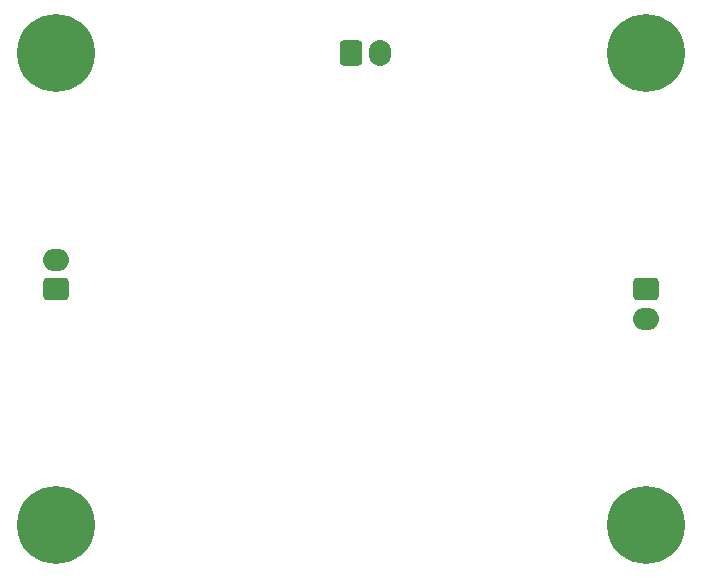
<source format=gbr>
%TF.GenerationSoftware,KiCad,Pcbnew,(7.0.0)*%
%TF.CreationDate,2023-02-16T16:51:03+01:00*%
%TF.ProjectId,STM32_hardware,53544d33-325f-4686-9172-64776172652e,rev?*%
%TF.SameCoordinates,Original*%
%TF.FileFunction,Soldermask,Bot*%
%TF.FilePolarity,Negative*%
%FSLAX46Y46*%
G04 Gerber Fmt 4.6, Leading zero omitted, Abs format (unit mm)*
G04 Created by KiCad (PCBNEW (7.0.0)) date 2023-02-16 16:51:03*
%MOMM*%
%LPD*%
G01*
G04 APERTURE LIST*
G04 Aperture macros list*
%AMRoundRect*
0 Rectangle with rounded corners*
0 $1 Rounding radius*
0 $2 $3 $4 $5 $6 $7 $8 $9 X,Y pos of 4 corners*
0 Add a 4 corners polygon primitive as box body*
4,1,4,$2,$3,$4,$5,$6,$7,$8,$9,$2,$3,0*
0 Add four circle primitives for the rounded corners*
1,1,$1+$1,$2,$3*
1,1,$1+$1,$4,$5*
1,1,$1+$1,$6,$7*
1,1,$1+$1,$8,$9*
0 Add four rect primitives between the rounded corners*
20,1,$1+$1,$2,$3,$4,$5,0*
20,1,$1+$1,$4,$5,$6,$7,0*
20,1,$1+$1,$6,$7,$8,$9,0*
20,1,$1+$1,$8,$9,$2,$3,0*%
G04 Aperture macros list end*
%ADD10C,6.600000*%
%ADD11RoundRect,0.350000X0.750000X-0.600000X0.750000X0.600000X-0.750000X0.600000X-0.750000X-0.600000X0*%
%ADD12O,2.200000X1.900000*%
%ADD13RoundRect,0.350000X-0.750000X0.600000X-0.750000X-0.600000X0.750000X-0.600000X0.750000X0.600000X0*%
%ADD14RoundRect,0.350000X-0.600000X-0.750000X0.600000X-0.750000X0.600000X0.750000X-0.600000X0.750000X0*%
%ADD15O,1.900000X2.200000*%
G04 APERTURE END LIST*
D10*
%TO.C,H4*%
X149060000Y-84377458D03*
%TD*%
%TO.C,H3*%
X99060000Y-84377458D03*
%TD*%
%TO.C,H2*%
X149060000Y-44377458D03*
%TD*%
%TO.C,H1*%
X99060000Y-44377458D03*
%TD*%
D11*
%TO.C,J4*%
X99060000Y-64377458D03*
D12*
X99059999Y-61877457D03*
%TD*%
D13*
%TO.C,J3*%
X149060000Y-64377458D03*
D12*
X149059999Y-66877457D03*
%TD*%
D14*
%TO.C,J2*%
X124060000Y-44377458D03*
D15*
X126559999Y-44377457D03*
%TD*%
M02*

</source>
